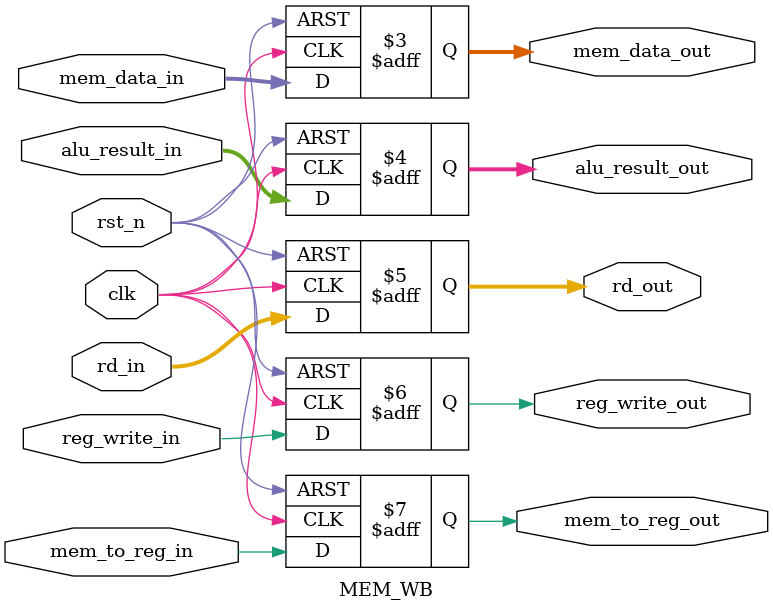
<source format=sv>
module MEM_WB (
    input wire clk,
    input wire rst_n,
    input wire [31:0] mem_data_in,
    input wire [31:0] alu_result_in,
    input wire [4:0] rd_in,
    input wire reg_write_in,
    input wire mem_to_reg_in,
    output reg [31:0] mem_data_out,
    output reg [31:0] alu_result_out,
    output reg [4:0] rd_out,
    output reg reg_write_out,
    output reg mem_to_reg_out
);
    always @(posedge clk or negedge rst_n) begin
        if (!rst_n) begin
            mem_data_out <= 32'b0;
            alu_result_out <= 32'b0;
            rd_out <= 5'b0;
            reg_write_out <= 1'b0;
            mem_to_reg_out <= 1'b0;
        end else begin
            mem_data_out <= mem_data_in;
            alu_result_out <= alu_result_in;
            rd_out <= rd_in;
            reg_write_out <= reg_write_in;
            mem_to_reg_out <= mem_to_reg_in;
        end
    end
endmodule
</source>
